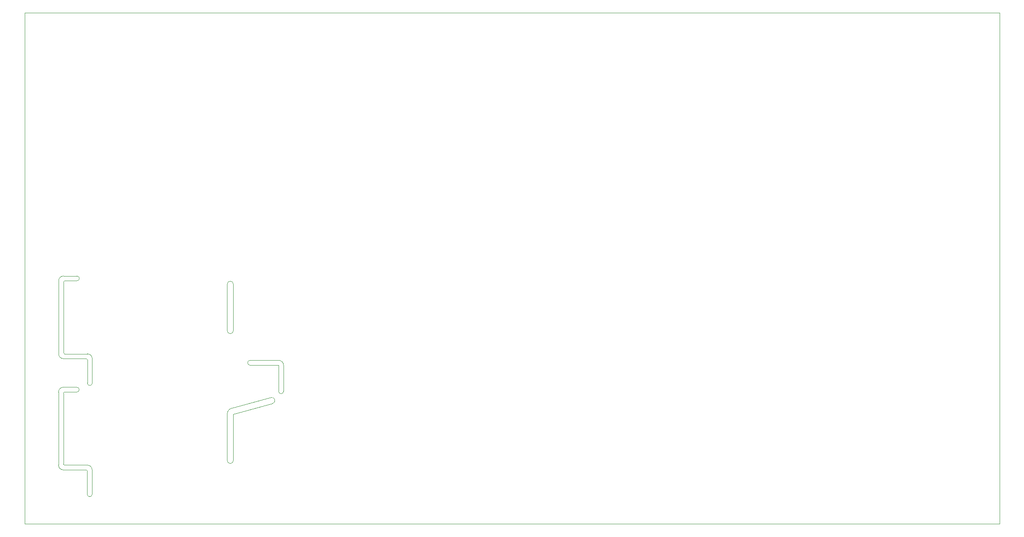
<source format=gm1>
G04 #@! TF.GenerationSoftware,KiCad,Pcbnew,(5.1.4-83-g4f57de968)-1*
G04 #@! TF.CreationDate,2020-04-08T14:11:41+03:00*
G04 #@! TF.ProjectId,3d_print_main,33645f70-7269-46e7-945f-6d61696e2e6b,rev?*
G04 #@! TF.SameCoordinates,Original*
G04 #@! TF.FileFunction,Profile,NP*
%FSLAX46Y46*%
G04 Gerber Fmt 4.6, Leading zero omitted, Abs format (unit mm)*
G04 Created by KiCad (PCBNEW (5.1.4-83-g4f57de968)-1) date 2020-04-08 14:11:41*
%MOMM*%
%LPD*%
G04 APERTURE LIST*
%ADD10C,0.100000*%
G04 APERTURE END LIST*
D10*
X45517000Y-77650998D02*
G75*
G02X45517000Y-78650998I0J-500000D01*
G01*
X42767000Y-77650998D02*
X45517000Y-77650998D01*
X42967000Y-78650998D02*
X45517000Y-78650998D01*
X42967000Y-93650998D02*
G75*
G02X42767000Y-93450998I0J200000D01*
G01*
X42767000Y-78850998D02*
G75*
G02X42967000Y-78650998I200000J0D01*
G01*
X47667000Y-93650998D02*
G75*
G02X48667000Y-94650998I0J-1000000D01*
G01*
X47467000Y-94650998D02*
G75*
G02X47667000Y-94850998I0J-200000D01*
G01*
X42767000Y-94650998D02*
G75*
G02X41767000Y-93650998I0J1000000D01*
G01*
X41767000Y-78650998D02*
G75*
G02X42767000Y-77650998I1000000J0D01*
G01*
X42767000Y-93450998D02*
X42767000Y-78850998D01*
X41767000Y-93650998D02*
X41767000Y-78650998D01*
X47467000Y-94650998D02*
X42767000Y-94650998D01*
X47667000Y-93650998D02*
X42967000Y-93650998D01*
X48667000Y-94650998D02*
X48667000Y-99650998D01*
X48667000Y-99650998D02*
G75*
G02X47667000Y-99650998I-500000J0D01*
G01*
X47667000Y-94850998D02*
X47667000Y-99650998D01*
X42750000Y-101700000D02*
G75*
G02X42950000Y-101500000I200000J0D01*
G01*
X42950000Y-116500000D02*
G75*
G02X42750000Y-116300000I0J200000D01*
G01*
X47450000Y-117500000D02*
G75*
G02X47650000Y-117700000I0J-200000D01*
G01*
X47650000Y-116500000D02*
G75*
G02X48650000Y-117500000I0J-1000000D01*
G01*
X42750000Y-117500000D02*
G75*
G02X41750000Y-116500000I0J1000000D01*
G01*
X41750000Y-101500000D02*
G75*
G02X42750000Y-100500000I1000000J0D01*
G01*
X45500000Y-100500000D02*
G75*
G02X45500000Y-101500000I0J-500000D01*
G01*
X42750000Y-100500000D02*
X45500000Y-100500000D01*
X42950000Y-101500000D02*
X45500000Y-101500000D01*
X41750000Y-116500000D02*
X41750000Y-101500000D01*
X42750000Y-116300000D02*
X42750000Y-101700000D01*
X47650000Y-116500000D02*
X42950000Y-116500000D01*
X47450000Y-117500000D02*
X42750000Y-117500000D01*
X48650000Y-122500000D02*
G75*
G02X47650000Y-122500000I-500000J0D01*
G01*
X48650000Y-117500000D02*
X48650000Y-122500000D01*
X47650000Y-117700000D02*
X47650000Y-122500000D01*
X34800000Y-23600000D02*
X234800000Y-23600000D01*
X34800000Y-128600000D02*
X34800000Y-23600000D01*
X234800000Y-128600000D02*
X34800000Y-128600000D01*
X234800000Y-23600000D02*
X234800000Y-128600000D01*
X86896000Y-94976000D02*
G75*
G02X87912000Y-95992000I0J-1016000D01*
G01*
X87912000Y-101326000D02*
G75*
G02X86896000Y-101326000I-508000J0D01*
G01*
X87912000Y-95992000D02*
X87912000Y-101326000D01*
X86896000Y-95992000D02*
X86896000Y-101326000D01*
X81054000Y-95992000D02*
G75*
G02X81054000Y-94976000I0J508000D01*
G01*
X86896000Y-95992000D02*
X81054000Y-95992000D01*
X81054000Y-94976000D02*
X86896000Y-94976000D01*
X76354998Y-106024998D02*
G75*
G02X77296302Y-104798272I1270002J-2D01*
G01*
X85334658Y-102617640D02*
G75*
G02X85663348Y-103844362I164345J-613361D01*
G01*
X77296301Y-104798275D02*
X85334650Y-102617636D01*
X77625000Y-106025000D02*
X85663348Y-103844362D01*
X77625002Y-115550002D02*
G75*
G02X76355000Y-115549998I-635001J2D01*
G01*
X76354999Y-106025002D02*
X76355000Y-115549998D01*
X77625001Y-115550002D02*
X77625000Y-106025000D01*
X76354998Y-79355002D02*
G75*
G02X77625000Y-79355000I635001J1D01*
G01*
X77625003Y-88880005D02*
G75*
G02X76355001Y-88879999I-635001J3D01*
G01*
X76355000Y-79355002D02*
X76355001Y-88879999D01*
X77625000Y-88880000D02*
X77625000Y-79355000D01*
M02*

</source>
